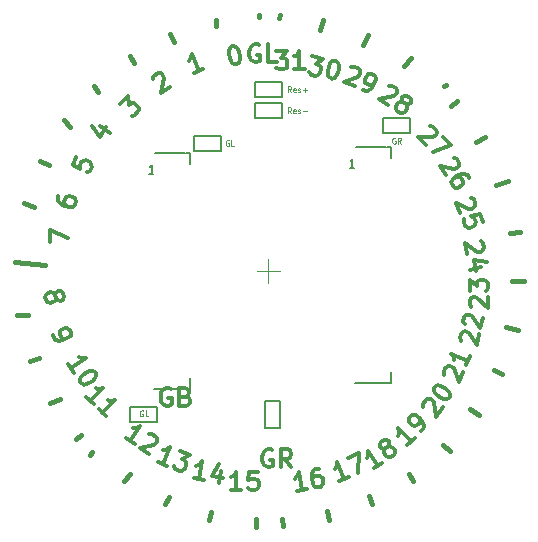
<source format=gto>
G04 (created by PCBNEW-RS274X (2012-apr-16-27)-stable) date Wed 19 Feb 2014 01:24:25 PM EST*
G01*
G70*
G90*
%MOIN*%
G04 Gerber Fmt 3.4, Leading zero omitted, Abs format*
%FSLAX34Y34*%
G04 APERTURE LIST*
%ADD10C,0.006000*%
%ADD11C,0.015000*%
%ADD12C,0.000400*%
%ADD13C,0.005000*%
%ADD14C,0.007900*%
%ADD15C,0.004500*%
%ADD16C,0.012000*%
G04 APERTURE END LIST*
G54D10*
G54D11*
X41102Y-31339D02*
X41201Y-31004D01*
X42520Y-31831D02*
X42677Y-31516D01*
X43898Y-32520D02*
X44114Y-32283D01*
X45217Y-33209D02*
X45276Y-33150D01*
X45453Y-33878D02*
X45669Y-33701D01*
X46299Y-35079D02*
X46594Y-34902D01*
X46969Y-36496D02*
X47343Y-36378D01*
X47421Y-38091D02*
X47756Y-38051D01*
X47500Y-39705D02*
X47874Y-39705D01*
X47303Y-41220D02*
X47677Y-41319D01*
X46890Y-42657D02*
X47146Y-42815D01*
X46083Y-43976D02*
X46378Y-44154D01*
X45177Y-45177D02*
X45413Y-45374D01*
X44055Y-46142D02*
X44193Y-46378D01*
X42736Y-46870D02*
X42835Y-47126D01*
X41319Y-47382D02*
X41378Y-47657D01*
X39823Y-47638D02*
X39843Y-47874D01*
X38957Y-47894D02*
X38957Y-47874D01*
X38957Y-47638D02*
X38957Y-47894D01*
X37461Y-47402D02*
X37402Y-47657D01*
X36063Y-46890D02*
X35925Y-47146D01*
X34744Y-46142D02*
X34567Y-46358D01*
X33504Y-45413D02*
X33406Y-45512D01*
X33130Y-44823D02*
X32972Y-44961D01*
X32421Y-43622D02*
X32087Y-43760D01*
X31732Y-42283D02*
X31437Y-42382D01*
X31339Y-40827D02*
X31004Y-40846D01*
X31909Y-39173D02*
X30925Y-39075D01*
X31555Y-37244D02*
X31220Y-37106D01*
X32047Y-35827D02*
X31772Y-35689D01*
X32756Y-34567D02*
X32539Y-34331D01*
X33701Y-33406D02*
X33543Y-33189D01*
X34882Y-32441D02*
X34744Y-32205D01*
X36220Y-31732D02*
X36102Y-31457D01*
X37638Y-31201D02*
X37618Y-31004D01*
X39055Y-30906D02*
X39055Y-30827D01*
X39724Y-30945D02*
X39744Y-30846D01*
G54D12*
X38976Y-39370D02*
X39764Y-39370D01*
X39370Y-38976D02*
X39370Y-39764D01*
G54D13*
X38920Y-33766D02*
X39820Y-33766D01*
X39820Y-33766D02*
X39820Y-34266D01*
X39820Y-34266D02*
X38920Y-34266D01*
X38920Y-34266D02*
X38920Y-33766D01*
X38920Y-33057D02*
X39820Y-33057D01*
X39820Y-33057D02*
X39820Y-33557D01*
X39820Y-33557D02*
X38920Y-33557D01*
X38920Y-33557D02*
X38920Y-33057D01*
X44092Y-34778D02*
X43192Y-34778D01*
X43192Y-34778D02*
X43192Y-34278D01*
X43192Y-34278D02*
X44092Y-34278D01*
X44092Y-34278D02*
X44092Y-34778D01*
X37793Y-35368D02*
X36893Y-35368D01*
X36893Y-35368D02*
X36893Y-34868D01*
X36893Y-34868D02*
X37793Y-34868D01*
X37793Y-34868D02*
X37793Y-35368D01*
X35667Y-44384D02*
X34767Y-44384D01*
X34767Y-44384D02*
X34767Y-43884D01*
X34767Y-43884D02*
X35667Y-43884D01*
X35667Y-43884D02*
X35667Y-44384D01*
X39258Y-44584D02*
X39258Y-43684D01*
X39258Y-43684D02*
X39758Y-43684D01*
X39758Y-43684D02*
X39758Y-44584D01*
X39758Y-44584D02*
X39258Y-44584D01*
G54D14*
X36615Y-43307D02*
X35571Y-43307D01*
X36595Y-35433D02*
X35591Y-35433D01*
X35512Y-36122D02*
X35532Y-36122D01*
X35394Y-36122D02*
X35512Y-36122D01*
X35473Y-35826D02*
X35414Y-35886D01*
X35473Y-35846D02*
X35473Y-36102D01*
X36772Y-43306D02*
X36772Y-42932D01*
X36615Y-43306D02*
X36772Y-43306D01*
X36615Y-35433D02*
X36772Y-35433D01*
X36772Y-35433D02*
X36772Y-35807D01*
X43308Y-43110D02*
X42264Y-43110D01*
X43288Y-35236D02*
X42284Y-35236D01*
X42205Y-35925D02*
X42225Y-35925D01*
X42087Y-35925D02*
X42205Y-35925D01*
X42166Y-35629D02*
X42107Y-35689D01*
X42166Y-35649D02*
X42166Y-35905D01*
X43465Y-43109D02*
X43465Y-42735D01*
X43308Y-43109D02*
X43465Y-43109D01*
X43308Y-35236D02*
X43465Y-35236D01*
X43465Y-35236D02*
X43465Y-35610D01*
G54D15*
X40130Y-34116D02*
X40070Y-34021D01*
X40027Y-34116D02*
X40027Y-33916D01*
X40095Y-33916D01*
X40113Y-33925D01*
X40121Y-33935D01*
X40130Y-33954D01*
X40130Y-33983D01*
X40121Y-34002D01*
X40113Y-34011D01*
X40095Y-34021D01*
X40027Y-34021D01*
X40275Y-34106D02*
X40258Y-34116D01*
X40224Y-34116D01*
X40207Y-34106D01*
X40198Y-34087D01*
X40198Y-34011D01*
X40207Y-33992D01*
X40224Y-33983D01*
X40258Y-33983D01*
X40275Y-33992D01*
X40284Y-34011D01*
X40284Y-34030D01*
X40198Y-34049D01*
X40352Y-34106D02*
X40369Y-34116D01*
X40404Y-34116D01*
X40421Y-34106D01*
X40429Y-34087D01*
X40429Y-34078D01*
X40421Y-34059D01*
X40404Y-34049D01*
X40378Y-34049D01*
X40361Y-34040D01*
X40352Y-34021D01*
X40352Y-34011D01*
X40361Y-33992D01*
X40378Y-33983D01*
X40404Y-33983D01*
X40421Y-33992D01*
X40507Y-34040D02*
X40644Y-34040D01*
X40130Y-33408D02*
X40070Y-33313D01*
X40027Y-33408D02*
X40027Y-33208D01*
X40095Y-33208D01*
X40113Y-33217D01*
X40121Y-33227D01*
X40130Y-33246D01*
X40130Y-33275D01*
X40121Y-33294D01*
X40113Y-33303D01*
X40095Y-33313D01*
X40027Y-33313D01*
X40275Y-33398D02*
X40258Y-33408D01*
X40224Y-33408D01*
X40207Y-33398D01*
X40198Y-33379D01*
X40198Y-33303D01*
X40207Y-33284D01*
X40224Y-33275D01*
X40258Y-33275D01*
X40275Y-33284D01*
X40284Y-33303D01*
X40284Y-33322D01*
X40198Y-33341D01*
X40352Y-33398D02*
X40369Y-33408D01*
X40404Y-33408D01*
X40421Y-33398D01*
X40429Y-33379D01*
X40429Y-33370D01*
X40421Y-33351D01*
X40404Y-33341D01*
X40378Y-33341D01*
X40361Y-33332D01*
X40352Y-33313D01*
X40352Y-33303D01*
X40361Y-33284D01*
X40378Y-33275D01*
X40404Y-33275D01*
X40421Y-33284D01*
X40507Y-33332D02*
X40644Y-33332D01*
X40575Y-33408D02*
X40575Y-33256D01*
G54D16*
X36117Y-43293D02*
X36060Y-43265D01*
X35974Y-43265D01*
X35889Y-43293D01*
X35831Y-43351D01*
X35803Y-43408D01*
X35774Y-43522D01*
X35774Y-43608D01*
X35803Y-43722D01*
X35831Y-43779D01*
X35889Y-43836D01*
X35974Y-43865D01*
X36031Y-43865D01*
X36117Y-43836D01*
X36146Y-43808D01*
X36146Y-43608D01*
X36031Y-43608D01*
X36603Y-43551D02*
X36689Y-43579D01*
X36717Y-43608D01*
X36746Y-43665D01*
X36746Y-43751D01*
X36717Y-43808D01*
X36689Y-43836D01*
X36631Y-43865D01*
X36403Y-43865D01*
X36403Y-43265D01*
X36603Y-43265D01*
X36660Y-43293D01*
X36689Y-43322D01*
X36717Y-43379D01*
X36717Y-43436D01*
X36689Y-43493D01*
X36660Y-43522D01*
X36603Y-43551D01*
X36403Y-43551D01*
X39503Y-45340D02*
X39446Y-45312D01*
X39360Y-45312D01*
X39275Y-45340D01*
X39217Y-45398D01*
X39189Y-45455D01*
X39160Y-45569D01*
X39160Y-45655D01*
X39189Y-45769D01*
X39217Y-45826D01*
X39275Y-45883D01*
X39360Y-45912D01*
X39417Y-45912D01*
X39503Y-45883D01*
X39532Y-45855D01*
X39532Y-45655D01*
X39417Y-45655D01*
X40132Y-45912D02*
X39932Y-45626D01*
X39789Y-45912D02*
X39789Y-45312D01*
X40017Y-45312D01*
X40075Y-45340D01*
X40103Y-45369D01*
X40132Y-45426D01*
X40132Y-45512D01*
X40103Y-45569D01*
X40075Y-45598D01*
X40017Y-45626D01*
X39789Y-45626D01*
G54D15*
X43599Y-34930D02*
X43582Y-34921D01*
X43556Y-34921D01*
X43531Y-34930D01*
X43513Y-34950D01*
X43505Y-34969D01*
X43496Y-35007D01*
X43496Y-35035D01*
X43505Y-35073D01*
X43513Y-35092D01*
X43531Y-35111D01*
X43556Y-35121D01*
X43573Y-35121D01*
X43599Y-35111D01*
X43608Y-35102D01*
X43608Y-35035D01*
X43573Y-35035D01*
X43788Y-35121D02*
X43728Y-35026D01*
X43685Y-35121D02*
X43685Y-34921D01*
X43753Y-34921D01*
X43771Y-34930D01*
X43779Y-34940D01*
X43788Y-34959D01*
X43788Y-34988D01*
X43779Y-35007D01*
X43771Y-35016D01*
X43753Y-35026D01*
X43685Y-35026D01*
X38046Y-35008D02*
X38029Y-34999D01*
X38003Y-34999D01*
X37978Y-35008D01*
X37960Y-35028D01*
X37952Y-35047D01*
X37943Y-35085D01*
X37943Y-35113D01*
X37952Y-35151D01*
X37960Y-35170D01*
X37978Y-35189D01*
X38003Y-35199D01*
X38020Y-35199D01*
X38046Y-35189D01*
X38055Y-35180D01*
X38055Y-35113D01*
X38020Y-35113D01*
X38218Y-35199D02*
X38132Y-35199D01*
X38132Y-34999D01*
X35191Y-44024D02*
X35174Y-44015D01*
X35148Y-44015D01*
X35123Y-44024D01*
X35105Y-44044D01*
X35097Y-44063D01*
X35088Y-44101D01*
X35088Y-44129D01*
X35097Y-44167D01*
X35105Y-44186D01*
X35123Y-44205D01*
X35148Y-44215D01*
X35165Y-44215D01*
X35191Y-44205D01*
X35200Y-44196D01*
X35200Y-44129D01*
X35165Y-44129D01*
X35363Y-44215D02*
X35277Y-44215D01*
X35277Y-44015D01*
G54D16*
X33753Y-34541D02*
X34085Y-34764D01*
X33483Y-34533D02*
X33760Y-34890D01*
X33967Y-34581D01*
X38469Y-46660D02*
X38126Y-46660D01*
X38298Y-46660D02*
X38298Y-46060D01*
X38241Y-46146D01*
X38183Y-46203D01*
X38126Y-46231D01*
X39012Y-46060D02*
X38726Y-46060D01*
X38697Y-46346D01*
X38726Y-46317D01*
X38783Y-46288D01*
X38926Y-46288D01*
X38983Y-46317D01*
X39012Y-46346D01*
X39040Y-46403D01*
X39040Y-46546D01*
X39012Y-46603D01*
X38983Y-46631D01*
X38926Y-46660D01*
X38783Y-46660D01*
X38726Y-46631D01*
X38697Y-46603D01*
X37223Y-46338D02*
X36886Y-46271D01*
X37055Y-46304D02*
X37172Y-45716D01*
X37100Y-45789D01*
X37032Y-45834D01*
X36970Y-45850D01*
X37805Y-46046D02*
X37727Y-46439D01*
X37710Y-45794D02*
X37485Y-46187D01*
X37850Y-46259D01*
X36003Y-45850D02*
X35686Y-45719D01*
X35845Y-45784D02*
X36074Y-45230D01*
X35989Y-45288D01*
X35913Y-45318D01*
X35850Y-45322D01*
X36417Y-45372D02*
X36760Y-45514D01*
X36488Y-45648D01*
X36567Y-45681D01*
X36609Y-45730D01*
X36625Y-45768D01*
X36629Y-45831D01*
X36574Y-45963D01*
X36526Y-46005D01*
X36489Y-46020D01*
X36425Y-46025D01*
X36266Y-45959D01*
X36224Y-45910D01*
X36209Y-45874D01*
X34908Y-45139D02*
X34623Y-44948D01*
X34766Y-45043D02*
X35100Y-44545D01*
X35005Y-44585D01*
X34925Y-44600D01*
X34862Y-44591D01*
X35400Y-44814D02*
X35440Y-44806D01*
X35503Y-44815D01*
X35622Y-44894D01*
X35653Y-44949D01*
X35661Y-44989D01*
X35653Y-45052D01*
X35621Y-45100D01*
X35550Y-45156D01*
X35074Y-45250D01*
X35383Y-45456D01*
X33547Y-43811D02*
X33304Y-43569D01*
X33426Y-43690D02*
X33850Y-43266D01*
X33749Y-43287D01*
X33667Y-43286D01*
X33607Y-43265D01*
X33950Y-44215D02*
X33708Y-43972D01*
X33829Y-44094D02*
X34254Y-43670D01*
X34153Y-43690D01*
X34071Y-43690D01*
X34011Y-43669D01*
X32885Y-42757D02*
X32694Y-42472D01*
X32790Y-42615D02*
X33289Y-42282D01*
X33186Y-42282D01*
X33106Y-42265D01*
X33051Y-42234D01*
X33590Y-42733D02*
X33621Y-42780D01*
X33630Y-42843D01*
X33622Y-42883D01*
X33590Y-42939D01*
X33511Y-43026D01*
X33392Y-43105D01*
X33281Y-43145D01*
X33217Y-43153D01*
X33178Y-43144D01*
X33122Y-43113D01*
X33090Y-43066D01*
X33083Y-43002D01*
X33090Y-42962D01*
X33122Y-42908D01*
X33202Y-42820D01*
X33321Y-42740D01*
X33432Y-42701D01*
X33494Y-42693D01*
X33535Y-42701D01*
X33590Y-42733D01*
X32173Y-41504D02*
X32217Y-41610D01*
X32265Y-41651D01*
X32302Y-41667D01*
X32404Y-41687D01*
X32520Y-41670D01*
X32731Y-41582D01*
X32773Y-41534D01*
X32789Y-41496D01*
X32793Y-41433D01*
X32749Y-41328D01*
X32701Y-41285D01*
X32664Y-41270D01*
X32600Y-41265D01*
X32468Y-41320D01*
X32426Y-41368D01*
X32410Y-41405D01*
X32407Y-41470D01*
X32450Y-41575D01*
X32498Y-41617D01*
X32536Y-41633D01*
X32599Y-41637D01*
X32272Y-40162D02*
X32289Y-40099D01*
X32311Y-40066D01*
X32362Y-40027D01*
X32390Y-40021D01*
X32452Y-40038D01*
X32486Y-40060D01*
X32524Y-40112D01*
X32546Y-40224D01*
X32530Y-40285D01*
X32507Y-40319D01*
X32457Y-40358D01*
X32428Y-40363D01*
X32367Y-40347D01*
X32334Y-40324D01*
X32294Y-40273D01*
X32272Y-40162D01*
X32233Y-40110D01*
X32200Y-40088D01*
X32138Y-40071D01*
X32025Y-40093D01*
X31975Y-40133D01*
X31953Y-40166D01*
X31936Y-40228D01*
X31958Y-40340D01*
X31997Y-40390D01*
X32031Y-40413D01*
X32092Y-40430D01*
X32205Y-40407D01*
X32255Y-40369D01*
X32277Y-40335D01*
X32294Y-40273D01*
X32104Y-38408D02*
X32104Y-38008D01*
X32704Y-38265D01*
X32369Y-36864D02*
X32347Y-36976D01*
X32363Y-37037D01*
X32386Y-37072D01*
X32459Y-37144D01*
X32565Y-37195D01*
X32790Y-37240D01*
X32852Y-37223D01*
X32885Y-37201D01*
X32924Y-37150D01*
X32947Y-37038D01*
X32929Y-36976D01*
X32908Y-36942D01*
X32857Y-36904D01*
X32717Y-36876D01*
X32656Y-36892D01*
X32621Y-36915D01*
X32582Y-36965D01*
X32560Y-37077D01*
X32577Y-37139D01*
X32600Y-37172D01*
X32650Y-37212D01*
X32953Y-35576D02*
X32844Y-35841D01*
X33097Y-35977D01*
X33081Y-35939D01*
X33076Y-35875D01*
X33131Y-35743D01*
X33180Y-35701D01*
X33218Y-35686D01*
X33281Y-35682D01*
X33413Y-35736D01*
X33455Y-35784D01*
X33470Y-35822D01*
X33475Y-35885D01*
X33420Y-36018D01*
X33371Y-36059D01*
X33334Y-36075D01*
X34430Y-33805D02*
X34692Y-33543D01*
X34712Y-33846D01*
X34773Y-33785D01*
X34834Y-33765D01*
X34875Y-33765D01*
X34935Y-33785D01*
X35036Y-33887D01*
X35056Y-33947D01*
X35056Y-33987D01*
X35036Y-34048D01*
X34914Y-34169D01*
X34853Y-34189D01*
X34814Y-34189D01*
X35518Y-32955D02*
X35526Y-32915D01*
X35558Y-32860D01*
X35677Y-32781D01*
X35740Y-32772D01*
X35780Y-32781D01*
X35835Y-32812D01*
X35867Y-32860D01*
X35891Y-32947D01*
X35796Y-33423D01*
X36105Y-33217D01*
X37201Y-32620D02*
X36884Y-32751D01*
X37043Y-32685D02*
X36813Y-32131D01*
X36794Y-32232D01*
X36762Y-32307D01*
X36720Y-32355D01*
X38151Y-31879D02*
X38207Y-31868D01*
X38268Y-31885D01*
X38303Y-31907D01*
X38342Y-31958D01*
X38392Y-32064D01*
X38419Y-32204D01*
X38414Y-32323D01*
X38397Y-32384D01*
X38374Y-32417D01*
X38324Y-32457D01*
X38268Y-32468D01*
X38206Y-32450D01*
X38172Y-32429D01*
X38134Y-32378D01*
X38083Y-32271D01*
X38055Y-32131D01*
X38062Y-32013D01*
X38078Y-31952D01*
X38101Y-31918D01*
X38151Y-31879D01*
X40834Y-32212D02*
X41198Y-32285D01*
X40957Y-32469D01*
X41042Y-32486D01*
X41092Y-32525D01*
X41115Y-32560D01*
X41131Y-32621D01*
X41103Y-32761D01*
X41064Y-32812D01*
X41030Y-32833D01*
X40969Y-32851D01*
X40800Y-32817D01*
X40750Y-32777D01*
X40728Y-32744D01*
X41562Y-32357D02*
X41618Y-32368D01*
X41668Y-32407D01*
X41691Y-32441D01*
X41708Y-32503D01*
X41713Y-32620D01*
X41685Y-32760D01*
X41635Y-32868D01*
X41596Y-32918D01*
X41562Y-32940D01*
X41500Y-32957D01*
X41444Y-32946D01*
X41394Y-32906D01*
X41371Y-32873D01*
X41355Y-32812D01*
X41349Y-32693D01*
X41377Y-32553D01*
X41428Y-32447D01*
X41466Y-32396D01*
X41501Y-32374D01*
X41562Y-32357D01*
X40662Y-46639D02*
X40326Y-46705D01*
X40495Y-46672D02*
X40378Y-46083D01*
X40339Y-46179D01*
X40293Y-46246D01*
X40243Y-46284D01*
X41050Y-45950D02*
X40938Y-45972D01*
X40888Y-46011D01*
X40865Y-46045D01*
X40826Y-46140D01*
X40819Y-46258D01*
X40864Y-46482D01*
X40903Y-46533D01*
X40936Y-46555D01*
X40999Y-46572D01*
X41111Y-46550D01*
X41161Y-46510D01*
X41184Y-46477D01*
X41200Y-46416D01*
X41173Y-46276D01*
X41134Y-46225D01*
X41100Y-46202D01*
X41038Y-46185D01*
X40927Y-46207D01*
X40875Y-46247D01*
X40853Y-46281D01*
X40836Y-46342D01*
X42055Y-46233D02*
X41738Y-46364D01*
X41897Y-46299D02*
X41667Y-45744D01*
X41647Y-45846D01*
X41616Y-45920D01*
X41574Y-45968D01*
X42010Y-45602D02*
X42379Y-45449D01*
X42372Y-46102D01*
X43170Y-45757D02*
X42885Y-45948D01*
X43028Y-45852D02*
X42695Y-45353D01*
X42695Y-45456D01*
X42678Y-45536D01*
X42647Y-45591D01*
X43265Y-45282D02*
X43201Y-45290D01*
X43162Y-45282D01*
X43106Y-45251D01*
X43090Y-45227D01*
X43083Y-45163D01*
X43090Y-45123D01*
X43122Y-45068D01*
X43217Y-45005D01*
X43280Y-44996D01*
X43320Y-45004D01*
X43375Y-45036D01*
X43391Y-45060D01*
X43400Y-45123D01*
X43391Y-45163D01*
X43360Y-45218D01*
X43265Y-45282D01*
X43233Y-45338D01*
X43225Y-45377D01*
X43233Y-45440D01*
X43296Y-45536D01*
X43352Y-45567D01*
X43391Y-45575D01*
X43455Y-45567D01*
X43550Y-45504D01*
X43582Y-45448D01*
X43590Y-45409D01*
X43582Y-45346D01*
X43518Y-45250D01*
X43463Y-45218D01*
X43423Y-45211D01*
X43360Y-45218D01*
X44245Y-44917D02*
X44003Y-45160D01*
X44124Y-45038D02*
X43700Y-44614D01*
X43721Y-44715D01*
X43720Y-44797D01*
X43699Y-44857D01*
X44447Y-44716D02*
X44528Y-44635D01*
X44548Y-44574D01*
X44548Y-44534D01*
X44528Y-44432D01*
X44467Y-44332D01*
X44305Y-44170D01*
X44245Y-44150D01*
X44204Y-44150D01*
X44144Y-44170D01*
X44063Y-44251D01*
X44042Y-44311D01*
X44043Y-44352D01*
X44063Y-44413D01*
X44164Y-44514D01*
X44225Y-44533D01*
X44265Y-44534D01*
X44326Y-44513D01*
X44406Y-44432D01*
X44427Y-44372D01*
X44427Y-44331D01*
X44406Y-44271D01*
X44534Y-43894D02*
X44527Y-43854D01*
X44535Y-43791D01*
X44615Y-43672D01*
X44669Y-43640D01*
X44710Y-43632D01*
X44773Y-43641D01*
X44820Y-43672D01*
X44876Y-43743D01*
X44970Y-44219D01*
X45177Y-43911D01*
X44884Y-43269D02*
X44916Y-43221D01*
X44971Y-43190D01*
X45011Y-43182D01*
X45075Y-43189D01*
X45185Y-43229D01*
X45304Y-43309D01*
X45384Y-43396D01*
X45415Y-43452D01*
X45422Y-43492D01*
X45415Y-43555D01*
X45383Y-43603D01*
X45327Y-43634D01*
X45288Y-43642D01*
X45225Y-43634D01*
X45113Y-43594D01*
X44994Y-43515D01*
X44916Y-43427D01*
X44884Y-43372D01*
X44876Y-43332D01*
X44884Y-43269D01*
X45237Y-42828D02*
X45221Y-42791D01*
X45217Y-42727D01*
X45272Y-42595D01*
X45320Y-42553D01*
X45357Y-42537D01*
X45421Y-42533D01*
X45474Y-42555D01*
X45542Y-42614D01*
X45728Y-43062D01*
X45870Y-42719D01*
X46088Y-42192D02*
X45957Y-42509D01*
X46023Y-42350D02*
X45469Y-42120D01*
X45526Y-42206D01*
X45557Y-42281D01*
X45561Y-42344D01*
X45797Y-41708D02*
X45775Y-41674D01*
X45758Y-41613D01*
X45786Y-41473D01*
X45825Y-41422D01*
X45859Y-41399D01*
X45920Y-41383D01*
X45976Y-41394D01*
X46055Y-41439D01*
X46324Y-41842D01*
X46397Y-41478D01*
X45909Y-41148D02*
X45886Y-41114D01*
X45870Y-41053D01*
X45898Y-40913D01*
X45937Y-40862D01*
X45971Y-40840D01*
X46032Y-40823D01*
X46088Y-40834D01*
X46167Y-40879D01*
X46436Y-41282D01*
X46509Y-40918D01*
X46137Y-40575D02*
X46108Y-40546D01*
X46080Y-40489D01*
X46080Y-40346D01*
X46108Y-40289D01*
X46137Y-40260D01*
X46194Y-40232D01*
X46251Y-40232D01*
X46337Y-40260D01*
X46680Y-40603D01*
X46680Y-40232D01*
X46080Y-40032D02*
X46080Y-39661D01*
X46308Y-39861D01*
X46308Y-39775D01*
X46337Y-39718D01*
X46366Y-39689D01*
X46423Y-39661D01*
X46566Y-39661D01*
X46623Y-39689D01*
X46651Y-39718D01*
X46680Y-39775D01*
X46680Y-39947D01*
X46651Y-40004D01*
X46623Y-40032D01*
X46446Y-38371D02*
X46480Y-38394D01*
X46518Y-38445D01*
X46546Y-38585D01*
X46530Y-38646D01*
X46507Y-38680D01*
X46456Y-38719D01*
X46400Y-38730D01*
X46311Y-38719D01*
X45907Y-38449D01*
X45979Y-38813D01*
X46472Y-39240D02*
X46079Y-39318D01*
X46669Y-39055D02*
X46220Y-38998D01*
X46292Y-39363D01*
X46126Y-36924D02*
X46164Y-36940D01*
X46212Y-36982D01*
X46267Y-37114D01*
X46263Y-37177D01*
X46247Y-37215D01*
X46205Y-37263D01*
X46152Y-37284D01*
X46062Y-37292D01*
X45614Y-37106D01*
X45756Y-37449D01*
X46518Y-37721D02*
X46409Y-37456D01*
X46133Y-37539D01*
X46171Y-37555D01*
X46220Y-37596D01*
X46274Y-37729D01*
X46269Y-37792D01*
X46254Y-37830D01*
X46212Y-37878D01*
X46080Y-37933D01*
X46016Y-37929D01*
X45979Y-37912D01*
X45931Y-37871D01*
X45876Y-37739D01*
X45881Y-37675D01*
X45896Y-37638D01*
X45547Y-35595D02*
X45587Y-35603D01*
X45642Y-35635D01*
X45722Y-35754D01*
X45730Y-35817D01*
X45722Y-35857D01*
X45690Y-35912D01*
X45642Y-35944D01*
X45555Y-35968D01*
X45080Y-35873D01*
X45286Y-36182D01*
X46070Y-36277D02*
X46007Y-36182D01*
X45952Y-36150D01*
X45912Y-36142D01*
X45808Y-36142D01*
X45697Y-36181D01*
X45507Y-36308D01*
X45476Y-36364D01*
X45468Y-36403D01*
X45476Y-36467D01*
X45539Y-36562D01*
X45595Y-36594D01*
X45634Y-36602D01*
X45697Y-36594D01*
X45816Y-36514D01*
X45848Y-36460D01*
X45856Y-36419D01*
X45849Y-36356D01*
X45785Y-36261D01*
X45729Y-36229D01*
X45689Y-36222D01*
X45626Y-36229D01*
X44751Y-34544D02*
X44792Y-34544D01*
X44852Y-34564D01*
X44953Y-34665D01*
X44974Y-34725D01*
X44974Y-34766D01*
X44953Y-34827D01*
X44913Y-34867D01*
X44832Y-34908D01*
X44347Y-34908D01*
X44610Y-35170D01*
X45175Y-34887D02*
X45458Y-35170D01*
X44852Y-35413D01*
X43389Y-33196D02*
X43429Y-33189D01*
X43492Y-33197D01*
X43611Y-33277D01*
X43643Y-33331D01*
X43651Y-33372D01*
X43642Y-33435D01*
X43611Y-33482D01*
X43540Y-33538D01*
X43064Y-33632D01*
X43372Y-33839D01*
X43848Y-33744D02*
X43816Y-33688D01*
X43808Y-33649D01*
X43816Y-33586D01*
X43832Y-33561D01*
X43888Y-33530D01*
X43927Y-33522D01*
X43991Y-33531D01*
X44086Y-33594D01*
X44117Y-33649D01*
X44125Y-33689D01*
X44117Y-33752D01*
X44101Y-33776D01*
X44046Y-33808D01*
X44006Y-33815D01*
X43943Y-33808D01*
X43848Y-33744D01*
X43784Y-33736D01*
X43745Y-33744D01*
X43689Y-33775D01*
X43625Y-33871D01*
X43617Y-33934D01*
X43625Y-33973D01*
X43657Y-34029D01*
X43752Y-34093D01*
X43815Y-34100D01*
X43855Y-34093D01*
X43910Y-34061D01*
X43974Y-33966D01*
X43982Y-33903D01*
X43974Y-33864D01*
X43943Y-33808D01*
X39633Y-32045D02*
X40004Y-32045D01*
X39804Y-32273D01*
X39890Y-32273D01*
X39947Y-32302D01*
X39976Y-32331D01*
X40004Y-32388D01*
X40004Y-32531D01*
X39976Y-32588D01*
X39947Y-32616D01*
X39890Y-32645D01*
X39718Y-32645D01*
X39661Y-32616D01*
X39633Y-32588D01*
X40575Y-32645D02*
X40232Y-32645D01*
X40404Y-32645D02*
X40404Y-32045D01*
X40347Y-32131D01*
X40289Y-32188D01*
X40232Y-32216D01*
X39068Y-31836D02*
X39011Y-31808D01*
X38925Y-31808D01*
X38840Y-31836D01*
X38782Y-31894D01*
X38754Y-31951D01*
X38725Y-32065D01*
X38725Y-32151D01*
X38754Y-32265D01*
X38782Y-32322D01*
X38840Y-32379D01*
X38925Y-32408D01*
X38982Y-32408D01*
X39068Y-32379D01*
X39097Y-32351D01*
X39097Y-32151D01*
X38982Y-32151D01*
X39640Y-32408D02*
X39354Y-32408D01*
X39354Y-31808D01*
X42134Y-32579D02*
X42171Y-32563D01*
X42235Y-32559D01*
X42367Y-32614D01*
X42409Y-32662D01*
X42425Y-32699D01*
X42429Y-32763D01*
X42407Y-32816D01*
X42348Y-32884D01*
X41900Y-33070D01*
X42243Y-33212D01*
X42506Y-33321D02*
X42612Y-33365D01*
X42676Y-33360D01*
X42713Y-33345D01*
X42799Y-33288D01*
X42869Y-33193D01*
X42956Y-32981D01*
X42952Y-32918D01*
X42936Y-32880D01*
X42895Y-32832D01*
X42789Y-32789D01*
X42725Y-32792D01*
X42688Y-32809D01*
X42639Y-32850D01*
X42585Y-32982D01*
X42590Y-33046D01*
X42604Y-33084D01*
X42647Y-33132D01*
X42753Y-33175D01*
X42816Y-33171D01*
X42854Y-33155D01*
X42901Y-33113D01*
M02*

</source>
